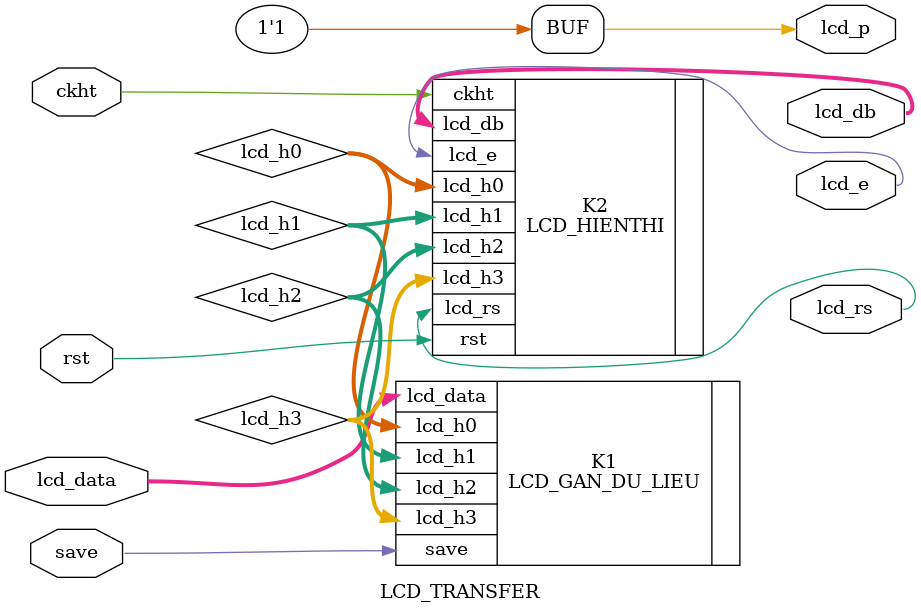
<source format=v>
`timescale 1ns / 1ps

module LCD_TRANSFER(
    input [159:0] lcd_data,
    input rst,
    input save,
    input ckht,
    output [7:0] lcd_db,
    output lcd_rs,
    output lcd_e,
    output lcd_p
);


wire [159:0] lcd_h0;
wire [159:0] lcd_h1;
wire [159:0] lcd_h2;
wire [159:0] lcd_h3;

assign lcd_p = 1;

LCD_GAN_DU_LIEU K1 ( .save(save),
                     .lcd_data(lcd_data),
                     .lcd_h0(lcd_h0),
                     .lcd_h1(lcd_h1),
                     .lcd_h2(lcd_h2),
                     .lcd_h3(lcd_h3)
                    );

LCD_HIENTHI     K2 ( .ckht(ckht),
                     .rst(rst),
                     .lcd_h0(lcd_h0),
                     .lcd_h1(lcd_h1),
                     .lcd_h2(lcd_h2),
                     .lcd_h3(lcd_h3),
                     .lcd_rs(lcd_rs),
                     .lcd_e(lcd_e),
                     .lcd_db(lcd_db)                        
                    );                   
       

endmodule

</source>
